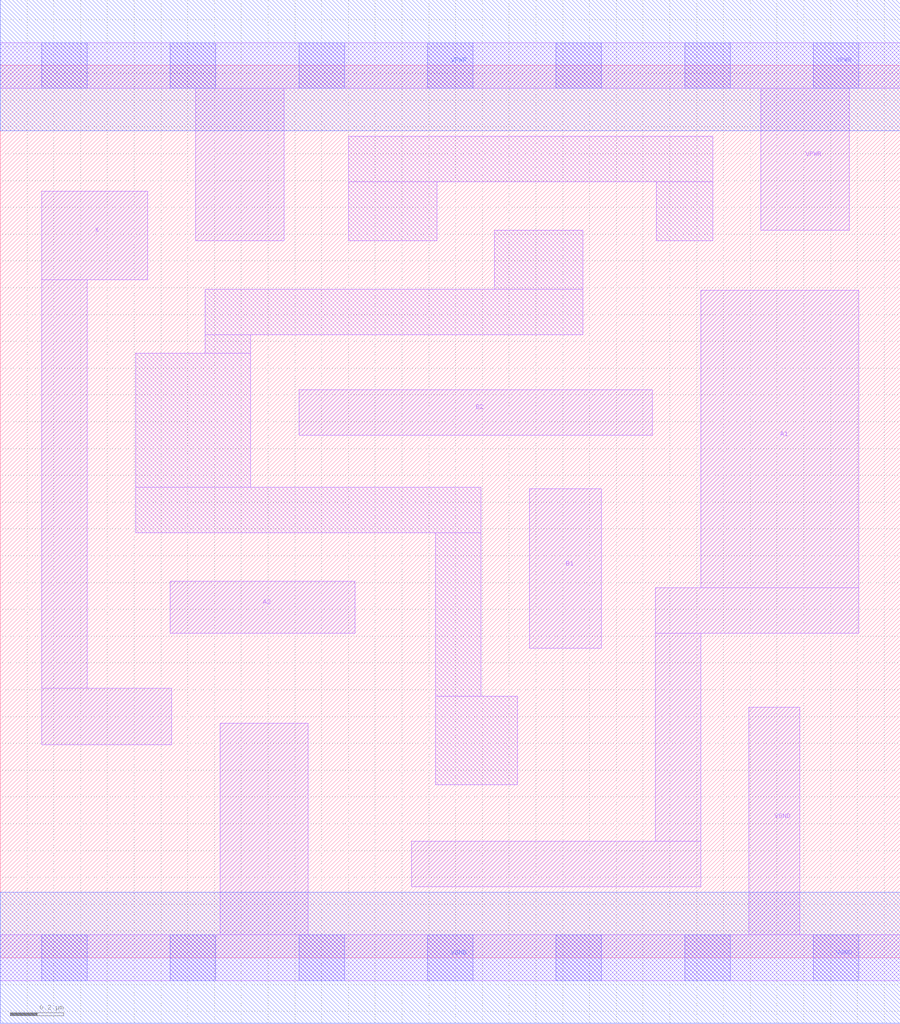
<source format=lef>
# Copyright 2020 The SkyWater PDK Authors
#
# Licensed under the Apache License, Version 2.0 (the "License");
# you may not use this file except in compliance with the License.
# You may obtain a copy of the License at
#
#     https://www.apache.org/licenses/LICENSE-2.0
#
# Unless required by applicable law or agreed to in writing, software
# distributed under the License is distributed on an "AS IS" BASIS,
# WITHOUT WARRANTIES OR CONDITIONS OF ANY KIND, either express or implied.
# See the License for the specific language governing permissions and
# limitations under the License.
#
# SPDX-License-Identifier: Apache-2.0

VERSION 5.7 ;
  NAMESCASESENSITIVE ON ;
  NOWIREEXTENSIONATPIN ON ;
  DIVIDERCHAR "/" ;
  BUSBITCHARS "[]" ;
UNITS
  DATABASE MICRONS 200 ;
END UNITS
MACRO sky130_fd_sc_lp__a22o_m
  CLASS CORE ;
  SOURCE USER ;
  FOREIGN sky130_fd_sc_lp__a22o_m ;
  ORIGIN  0.000000  0.000000 ;
  SIZE  3.360000 BY  3.330000 ;
  SYMMETRY X Y R90 ;
  SITE unit ;
  PIN A1
    ANTENNAGATEAREA  0.126000 ;
    DIRECTION INPUT ;
    USE SIGNAL ;
    PORT
      LAYER li1 ;
        RECT 1.535000 0.265000 2.615000 0.435000 ;
        RECT 2.445000 0.435000 2.615000 1.210000 ;
        RECT 2.445000 1.210000 3.205000 1.380000 ;
        RECT 2.615000 1.380000 3.205000 2.490000 ;
    END
  END A1
  PIN A2
    ANTENNAGATEAREA  0.126000 ;
    DIRECTION INPUT ;
    USE SIGNAL ;
    PORT
      LAYER li1 ;
        RECT 0.635000 1.210000 1.325000 1.405000 ;
    END
  END A2
  PIN B1
    ANTENNAGATEAREA  0.126000 ;
    DIRECTION INPUT ;
    USE SIGNAL ;
    PORT
      LAYER li1 ;
        RECT 1.975000 1.155000 2.245000 1.750000 ;
    END
  END B1
  PIN B2
    ANTENNAGATEAREA  0.126000 ;
    DIRECTION INPUT ;
    USE SIGNAL ;
    PORT
      LAYER li1 ;
        RECT 1.115000 1.950000 2.435000 2.120000 ;
    END
  END B2
  PIN X
    ANTENNADIFFAREA  0.231000 ;
    DIRECTION OUTPUT ;
    USE SIGNAL ;
    PORT
      LAYER li1 ;
        RECT 0.155000 0.795000 0.640000 1.005000 ;
        RECT 0.155000 1.005000 0.325000 2.530000 ;
        RECT 0.155000 2.530000 0.550000 2.860000 ;
    END
  END X
  PIN VGND
    DIRECTION INOUT ;
    USE GROUND ;
    PORT
      LAYER li1 ;
        RECT 0.000000 -0.085000 3.360000 0.085000 ;
        RECT 0.820000  0.085000 1.150000 0.875000 ;
        RECT 2.795000  0.085000 2.985000 0.935000 ;
      LAYER mcon ;
        RECT 0.155000 -0.085000 0.325000 0.085000 ;
        RECT 0.635000 -0.085000 0.805000 0.085000 ;
        RECT 1.115000 -0.085000 1.285000 0.085000 ;
        RECT 1.595000 -0.085000 1.765000 0.085000 ;
        RECT 2.075000 -0.085000 2.245000 0.085000 ;
        RECT 2.555000 -0.085000 2.725000 0.085000 ;
        RECT 3.035000 -0.085000 3.205000 0.085000 ;
      LAYER met1 ;
        RECT 0.000000 -0.245000 3.360000 0.245000 ;
    END
  END VGND
  PIN VPWR
    DIRECTION INOUT ;
    USE POWER ;
    PORT
      LAYER li1 ;
        RECT 0.000000 3.245000 3.360000 3.415000 ;
        RECT 0.730000 2.675000 1.060000 3.245000 ;
        RECT 2.840000 2.715000 3.170000 3.245000 ;
      LAYER mcon ;
        RECT 0.155000 3.245000 0.325000 3.415000 ;
        RECT 0.635000 3.245000 0.805000 3.415000 ;
        RECT 1.115000 3.245000 1.285000 3.415000 ;
        RECT 1.595000 3.245000 1.765000 3.415000 ;
        RECT 2.075000 3.245000 2.245000 3.415000 ;
        RECT 2.555000 3.245000 2.725000 3.415000 ;
        RECT 3.035000 3.245000 3.205000 3.415000 ;
      LAYER met1 ;
        RECT 0.000000 3.085000 3.360000 3.575000 ;
    END
  END VPWR
  OBS
    LAYER li1 ;
      RECT 0.505000 1.585000 1.795000 1.755000 ;
      RECT 0.505000 1.755000 0.935000 2.255000 ;
      RECT 0.765000 2.255000 0.935000 2.325000 ;
      RECT 0.765000 2.325000 2.175000 2.495000 ;
      RECT 1.300000 2.675000 1.630000 2.895000 ;
      RECT 1.300000 2.895000 2.660000 3.065000 ;
      RECT 1.625000 0.645000 1.930000 0.975000 ;
      RECT 1.625000 0.975000 1.795000 1.585000 ;
      RECT 1.845000 2.495000 2.175000 2.715000 ;
      RECT 2.450000 2.675000 2.660000 2.895000 ;
  END
END sky130_fd_sc_lp__a22o_m

</source>
